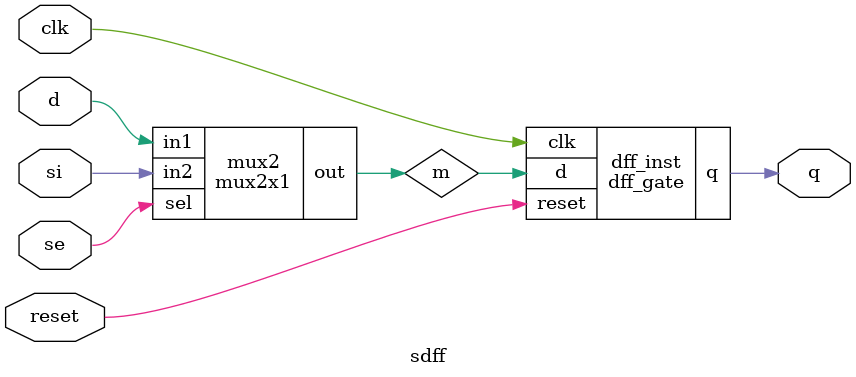
<source format=v>
`timescale 1ns / 1ps


module DFT1(refclk,clk2,data_in,test_mode,si1,si2,se,so1,so2,reset,data_out);
  input refclk,clk2;
  input si1,si2,se;
  output so1,so2;
  input [4:0]data_in;
  input reset,test_mode;
  output  [4:0]data_out;
  
wire [19:0] deco1,pipo1;
wire [9:0] enco1,blackbox_out,pipo2;
wire [9:0] x,e5_mux_out;
wire m1,m2,reset_out;
wire so1wire,so2wire,so11_wire,so22_wire;
  
  
  
  decoder5x20 D1(data_in,deco1);
  pll PLL(refclk,clk1);
  mux2x1 DRC_C6(clk1,refclk,test_mode,m1);
  pipo20 P1 (m1,reset,se,si1,si2,deco1,pipo1,so1wire,so2wire);
  encoder20x10 E1(pipo1,enco1);
  mux2x1 DRC_C9(reset_out,reset,test_mode,m2);
  pipo10 P2 (clk2,m2,se,so1wire,so2wire,x,pipo2,so1,so2);
  encoder10x5 E2(pipo2,data_out);
   blackbox BB(reset_out,blackbox_out);
  pipo10 e5fix(clk2,reset,se,so1wire,so2wire,,,so11_wire,so22_wire);
 
  mux2x1 DRC_e5_0(blackbox_out[0],so11_wire,test_mode,e5_mux_out[0]);
  mux2x1 DRC_e5_1(blackbox_out[1],so11_wire,test_mode,e5_mux_out[1]);
  mux2x1 DRC_e5_2(blackbox_out[2],so11_wire,test_mode,e5_mux_out[2]);
  mux2x1 DRC_e5_3(blackbox_out[3],so11_wire,test_mode,e5_mux_out[3]);
  mux2x1 DRC_e5_4(blackbox_out[4],so11_wire,test_mode,e5_mux_out[4]);
  mux2x1 DRC_e5_5(blackbox_out[5],so22_wire,test_mode,e5_mux_out[5]);
  mux2x1 DRC_e5_6(blackbox_out[6],so22_wire,test_mode,e5_mux_out[6]);
  mux2x1 DRC_e5_7(blackbox_out[7],so22_wire,test_mode,e5_mux_out[7]);
  mux2x1 DRC_e5_8(blackbox_out[8],so22_wire,test_mode,e5_mux_out[8]);
  mux2x1 DRC_e5_9(blackbox_out[9],so22_wire,test_mode,e5_mux_out[9]);

 xor (x[0],e5_mux_out[0],enco1[0]);
  xor (x[1],e5_mux_out[1],enco1[1]);
  xor (x[2],e5_mux_out[2],enco1[2]);
  xor (x[3],e5_mux_out[3],enco1[3]);
  xor (x[4],e5_mux_out[4],enco1[4]);
  xor (x[5],e5_mux_out[5],enco1[5]);
  xor (x[6],e5_mux_out[6],enco1[6]);
  xor (x[7],e5_mux_out[7],enco1[7]);
  xor (x[8],e5_mux_out[8],enco1[8]);
  xor (x[9],e5_mux_out[9],enco1[9]);
endmodule

module pll(
  input refclk,
  output clk
);
  //assign clk=refclk;  
endmodule
module blackbox(
  output reset_out,
  output [9:0]data_out
);
  //assign reset_out = 1'b0;      
  //assign data_out = 10'd0;   
endmodule

module decoder5x20 (
    input [4:0] in,
    output [19:0] out
);

    wire A, B, C, D, E; 
    wire nA, nB, nC, nD, nE;

    assign A = in[4];
    assign B = in[3];
    assign C = in[2];
    assign D = in[1];
    assign E = in[0];

    not g0(nA, A);
    not g1(nB, B);
    not g2(nC, C);
    not g3(nD, D);
    not g4(nE, E);

    // out[0] = ~A & ~B & ~C & ~D & ~E
    and g5(out[0], nA, nB, nC, nD, nE);
    
    // out[1] = ~A & ~B & ~C & ~D &  E
    and g6(out[1], nA, nB, nC, nD, E);

    // out[2] = ~A & ~B & ~C &  D & ~E
    and g7(out[2], nA, nB, nC, D, nE);

    // out[3] = ~A & ~B & ~C &  D &  E
    and g8(out[3], nA, nB, nC, D, E);

    // out[4] = ~A & ~B &  C & ~D & ~E
    and g9(out[4], nA, nB, C, nD, nE);

    // out[5] = ~A & ~B &  C & ~D &  E
    and g10(out[5], nA, nB, C, nD, E);

    // out[6] = ~A & ~B &  C &  D & ~E
    and g11(out[6], nA, nB, C, D, nE);

    // out[7] = ~A & ~B &  C &  D &  E
    and g12(out[7], nA, nB, C, D, E);

    // out[8] = ~A &  B & ~C & ~D & ~E
    and g13(out[8], nA, B, nC, nD, nE);

    // out[9] = ~A &  B & ~C & ~D &  E
    and g14(out[9], nA, B, nC, nD, E);

    // out[10] = ~A &  B & ~C &  D & ~E
    and g15(out[10], nA, B, nC, D, nE);

    // out[11] = ~A &  B & ~C &  D &  E
    and g16(out[11], nA, B, nC, D, E);

    // out[12] = ~A &  B &  C & ~D & ~E
    and g17(out[12], nA, B, C, nD, nE);

    // out[13] = ~A &  B &  C & ~D &  E
    and g18(out[13], nA, B, C, nD, E);

    // out[14] = ~A &  B &  C &  D & ~E
    and g19(out[14], nA, B, C, D, nE);

    // out[15] = ~A &  B &  C &  D &  E
    and g20(out[15], nA, B, C, D, E);

    // out[16] =  A & ~B & ~C & ~D & ~E
    and g21(out[16], A, nB, nC, nD, nE);

    // out[17] =  A & ~B & ~C & ~D &  E
    and g22(out[17], A, nB, nC, nD, E);

    // out[18] =  A & ~B & ~C &  D & ~E
    and g23(out[18], A, nB, nC, D, nE);

    // out[19] =  A & ~B & ~C &  D &  E
    and g24(out[19], A, nB, nC, D, E);

endmodule


// D latch gate-level
module d_latch (
    input wire d,
    input wire en,
    output wire q
);
    wire dbar, s, r, qbar;

    not u1(dbar, d);
    and u2(s, d, en);
    and u3(r, dbar, en);
    nor u4(q, r, qbar);
    nor u5(qbar, s, q);
endmodule

// Master-Slave D flip-flop
module dff_gate (
    input wire clk,
    input wire d,
    input wire reset,
    output wire q
);
    wire nclk,nreset;
    wire qm,d_mux;
    not u1(nclk, clk);
    not u2(nreset, reset);
    and(d_mux,d,nreset);
    d_latch master (
        .d(d_mux),
        .en(nclk),
        .q(qm)
    );

    d_latch slave (
        .d(qm),
        .en(clk),
        .q(q)
    );
endmodule

module encoder20x10 (in,out);
  input  [19:0] in;
  output  [9:0] out;


  assign out[9:5] = 5'b0;
  or(out[0],  in[1] , in[3] , in[5] , in[7] , in[9] , in[11] , in[13] , in[15] , in[17] , in[19]);
  or(out[1] , in[2] , in[3] , in[6] , in[7] , in[10] , in[11] , in[14] , in[15] , in[18] , in[19]);
  or(out[2] , in[4] , in[5] , in[6] , in[7] , in[12] , in[13] , in[14] , in[15] , in[19]);
  or(out[3] , in[8] , in[9] , in[10] , in[11] , in[12] , in[13] , in[14] , in[15]);
  or(out[4] , in[16] , in[17] , in[18] , in[19]);
endmodule

module pipo10 (
    input wire clk,
    input wire reset,
    input wire se,                    // Scan enable
    input wire si1,                   // Scan in for chain 0
    input wire si2,                   // Scan in for chain 1
    input wire [9:0] d_in,
    output wire [9:0] q_out,
    output wire so1,                  // Scan out for chain 0
    output wire so2                   // Scan out for chain 1
);
    wire [5:0] scan_chain0;          // Chain for bits [0:9]
    wire [5:0] scan_chain1;          // Chain for bits [10:19]

    assign scan_chain0[0] = si1;
    assign scan_chain1[0] = si2;

    genvar i;

    // Chain 0 (bits 0-9)
    generate
        for (i = 0; i < 5; i = i + 1) begin : sdff_chain0
            sdff sdff_inst3 (
                .clk(clk),
                .reset(reset),
                .d(d_in[i]),
                .si(scan_chain0[i]),
                .se(se),
                .q(scan_chain0[i+1])
            );
            assign q_out[i] = scan_chain0[i+1];
        end
    endgenerate

    // Chain 1 (bits 10-19)
    generate
        for (i = 5; i < 10; i = i + 1) begin : sdff_chain1
            sdff sdff_inst4 (
                .clk(clk),
                .reset(reset),
                .d(d_in[i]),
                .si(scan_chain1[i-5]),
                .se(se),
                .q(scan_chain1[i-5+1])
            );
            assign q_out[i] = scan_chain1[i-5+1];
        end
    endgenerate

    assign so1 = scan_chain0[5];
    assign so2 = scan_chain1[5];

endmodule

module pipo20 (
    input wire clk,
    input wire reset,
    input wire se,                    // Scan enable
    input wire si1,                   // Scan in for chain 0
    input wire si2,                   // Scan in for chain 1
    input wire [19:0] d_in,
    output wire [19:0] q_out,
    output wire so1,                  // Scan out for chain 0
    output wire so2                   // Scan out for chain 1
);
    wire [10:0] scan_chain0;          // Chain for bits [0:9]
    wire [10:0] scan_chain1;          // Chain for bits [10:19]

    assign scan_chain0[0] = si1;
    assign scan_chain1[0] = si2;

    genvar i;

    // Chain 0 (bits 0-9)
    generate
        for (i = 0; i < 10; i = i + 1) begin : sdff_chain0
            sdff sdff_inst1 (
                .clk(clk),
                .reset(reset),
                .d(d_in[i]),
                .si(scan_chain0[i]),
                .se(se),
                .q(scan_chain0[i+1])
            );
            assign q_out[i] = scan_chain0[i+1];
        end
    endgenerate

    // Chain 1 (bits 10-19)
    generate
        for (i = 10; i < 20; i = i + 1) begin : sdff_chain1
            sdff sdff_inst2 (
                .clk(clk),
                .reset(reset),
                .d(d_in[i]),
                .si(scan_chain1[i-10]),
                .se(se),
                .q(scan_chain1[i-10+1])
            );
            assign q_out[i] = scan_chain1[i-10+1];
        end
    endgenerate

    assign so1 = scan_chain0[10];
    assign so2 = scan_chain1[10];

endmodule


module encoder10x5(in, out);
    input [9:0] in;
    output [4:0] out;

    wire P0, P1, P2, P3, P4, P5, P6, P7, P8, P9;

    // Intermediate wires for inverted inputs to simplify logic
    wire not_in_0, not_in_1, not_in_2, not_in_3, not_in_4, not_in_5, not_in_6, not_in_7, not_in_8, not_in_9;

    not (not_in_0, in[0]);
    not (not_in_1, in[1]);
    not (not_in_2, in[2]);
    not (not_in_3, in[3]);
    not (not_in_4, in[4]);
    not (not_in_5, in[5]);
    not (not_in_6, in[6]);
    not (not_in_7, in[7]);
    not (not_in_8, in[8]);
    not (not_in_9, in[9]);

    // Priority terms (P_N)
    assign P9 = in[9];
    and (P8, in[8], not_in_9);
    and (P7, in[7], not_in_8, not_in_9);
    and (P6, in[6], not_in_7, not_in_8, not_in_9);
    and (P5, in[5], not_in_6, not_in_7, not_in_8, not_in_9);
    and (P4, in[4], not_in_5, not_in_6, not_in_7, not_in_8, not_in_9);
    and (P3, in[3], not_in_4, not_in_5, not_in_6, not_in_7, not_in_8, not_in_9);
    and (P2, in[2], not_in_3, not_in_4, not_in_5, not_in_6, not_in_7, not_in_8, not_in_9);
    and (P1, in[1], not_in_2, not_in_3, not_in_4, not_in_5, not_in_6, not_in_7, not_in_8, not_in_9);
    and (P0, in[0], not_in_1, not_in_2, not_in_3, not_in_4, not_in_5, not_in_6, not_in_7, not_in_8, not_in_9);

    // Output bit 0 (LSB)
    or (out[0], P1, P3, P5, P7, P9);

    // Output bit 1
    or (out[1], P2, P3, P6, P7);

    // Output bit 2
    or (out[2], P4, P5, P6, P7);

    // So out[3] is 1 for P8 or P9
    or (out[3], P8, P9);
    
    assign out[4] = 1'b0;

endmodule
module mux2x1(in1,in2,sel,out);
input in1,in2,sel;
output out;
wire selb,w1,w2;
//out=in1sel'&in2sel
not(selb,sel);
and a1(w1,selb,in1);
and a2(w2,sel,in2);
or o1(out,w1,w2);
endmodule

module sdff(d,si,se,clk,reset,q);
input si,se,d,reset,clk;
output q;

wire m;

mux2x1 mux2(d,si,se,m);
dff_gate dff_inst (clk,m,reset,q);
endmodule
</source>
